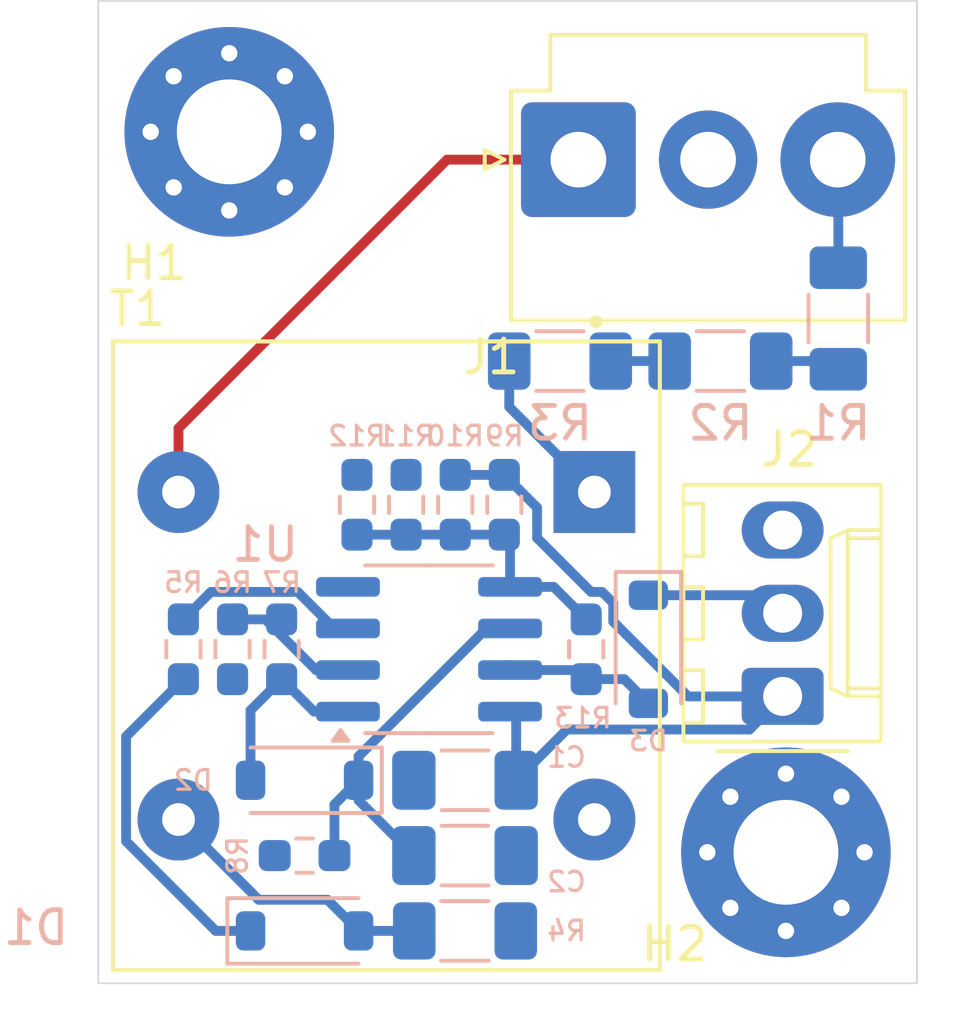
<source format=kicad_pcb>
(kicad_pcb (version 20241229) (generator "pcbnew") (generator_version "9.0")
  (layers (0 "F.Cu" signal) (2 "B.Cu" signal) (13 "F.Paste" user) (15 "B.Paste" user) (5 "F.SilkS" user "F.Silkscreen") (7 "B.SilkS" user "B.Silkscreen") (1 "F.Mask" user) (3 "B.Mask" user) (25 "Edge.Cuts" user))
  (net 0 "")
  (net 1 "GND")
  (net 2 "+24V")
  (net 3 "Net-(D2-K)")
  (net 4 "Net-(D1-A)")
  (net 5 "Net-(D1-K)")
  (net 6 "Net-(D2-A)")
  (net 7 "Net-(D3-A)")
  (net 8 "PRO")
  (net 9 "N")
  (net 10 "L")
  (net 11 "Net-(R1-Pad2)")
  (net 12 "Net-(R2-Pad2)")
  (net 13 "Net-(R3-Pad2)")
  (net 14 "Net-(U1A-+)")
  (net 15 "Net-(U1A--)")
  (net 16 "Net-(U1B-+)")
  (footprint "Connector_Molex:Molex_KK-254_AE-6410-03A_1x03_P2.54mm_Vertical" (layer "F.Cu") (at 120.9 96.24 90)
    (property "Reference" "J2" (at 7.54 0.2 0) (layer "F.SilkS"))
    (property "Value" "Conn_01x03")
    (fp_line (start 6.46 -3.03) (end -1.38 -3.03) (stroke (width 0.12)) (layer "F.SilkS"))
    (fp_line (start 4.28 -3.03) (end 4.28 -2.43) (stroke (width 0.12)) (layer "F.SilkS"))
    (fp_line (start 1.74 -3.03) (end 1.74 -2.43) (stroke (width 0.12)) (layer "F.SilkS"))
    (fp_line (start -0.8 -3.03) (end -0.8 -2.43) (stroke (width 0.12)) (layer "F.SilkS"))
    (fp_line (start -1.38 -3.03) (end -1.38 2.99) (stroke (width 0.12)) (layer "F.SilkS"))
    (fp_line (start 5.88 -2.43) (end 5.88 -3.03) (stroke (width 0.12)) (layer "F.SilkS"))
    (fp_line (start 4.28 -2.43) (end 5.88 -2.43) (stroke (width 0.12)) (layer "F.SilkS"))
    (fp_line (start 3.34 -2.43) (end 3.34 -3.03) (stroke (width 0.12)) (layer "F.SilkS"))
    (fp_line (start 1.74 -2.43) (end 3.34 -2.43) (stroke (width 0.12)) (layer "F.SilkS"))
    (fp_line (start 0.8 -2.43) (end 0.8 -3.03) (stroke (width 0.12)) (layer "F.SilkS"))
    (fp_line (start -0.8 -2.43) (end 0.8 -2.43) (stroke (width 0.12)) (layer "F.SilkS"))
    (fp_line (start -1.67 -2) (end -1.67 2) (stroke (width 0.12)) (layer "F.SilkS"))
    (fp_line (start 4.83 1.46) (end 5.08 1.99) (stroke (width 0.12)) (layer "F.SilkS"))
    (fp_line (start 0.25 1.46) (end 4.83 1.46) (stroke (width 0.12)) (layer "F.SilkS"))
    (fp_line (start 5.08 1.99) (end 5.08 2.99) (stroke (width 0.12)) (layer "F.SilkS"))
    (fp_line (start 0 1.99) (end 0.25 1.46) (stroke (width 0.12)) (layer "F.SilkS"))
    (fp_line (start 0 1.99) (end 5.08 1.99) (stroke (width 0.12)) (layer "F.SilkS"))
    (fp_line (start 6.46 2.99) (end 6.46 -3.03) (stroke (width 0.12)) (layer "F.SilkS"))
    (fp_line (start 4.83 2.99) (end 4.83 1.99) (stroke (width 0.12)) (layer "F.SilkS"))
    (fp_line (start 0.25 2.99) (end 0.25 1.99) (stroke (width 0.12)) (layer "F.SilkS"))
    (fp_line (start 0 2.99) (end 0 1.99) (stroke (width 0.12)) (layer "F.SilkS"))
    (fp_line (start -1.38 2.99) (end 6.46 2.99) (stroke (width 0.12)) (layer "F.SilkS"))
    (pad "1" thru_hole roundrect (at 0 0 90) (size 1.74 2.5) (drill 1.19) (layers "*.Cu" "*.Mask") (roundrect_rratio 0.143678) (net 2 "+24V"))
    (pad "2" thru_hole oval (at 2.54 0 90) (size 1.74 2.5) (drill 1.19) (layers "*.Cu" "*.Mask") (net 8 "PRO"))
    (pad "3" thru_hole oval (at 5.08 0 90) (size 1.74 2.5) (drill 1.19) (layers "*.Cu" "*.Mask") (net 1 "GND"))
  )
  (footprint "MountingHole:MountingHole_3.2mm_M3_Pad_Via" (layer "F.Cu") (at 121 101)
    (property "Reference" "H2" (at -3.4 2.8 0) (layer "F.SilkS"))
    (property "Value" "MountingHole")
    (pad "1" thru_hole circle (at -2.4 0) (size 0.8 0.8) (drill 0.5) (layers "*.Cu" "*.Mask"))
    (pad "1" thru_hole circle (at -1.697056 -1.697056) (size 0.8 0.8) (drill 0.5) (layers "*.Cu" "*.Mask"))
    (pad "1" thru_hole circle (at -1.697056 1.697056) (size 0.8 0.8) (drill 0.5) (layers "*.Cu" "*.Mask"))
    (pad "1" thru_hole circle (at 0 -2.4) (size 0.8 0.8) (drill 0.5) (layers "*.Cu" "*.Mask"))
    (pad "1" thru_hole circle (at 0 0) (size 6.4 6.4) (drill 3.2) (layers "*.Cu" "*.Mask"))
    (pad "1" thru_hole circle (at 0 2.4) (size 0.8 0.8) (drill 0.5) (layers "*.Cu" "*.Mask"))
    (pad "1" thru_hole circle (at 1.697056 -1.697056) (size 0.8 0.8) (drill 0.5) (layers "*.Cu" "*.Mask"))
    (pad "1" thru_hole circle (at 1.697056 1.697056) (size 0.8 0.8) (drill 0.5) (layers "*.Cu" "*.Mask"))
    (pad "1" thru_hole circle (at 2.4 0) (size 0.8 0.8) (drill 0.5) (layers "*.Cu" "*.Mask"))
  )
  (footprint "PCB:XFMR_ZMPT101B" (layer "F.Cu") (at 108.8 95 -90)
    (property "Reference" "T1" (at -10.6 7.6 180) (layer "F.SilkS"))
    (property "Value" "ZMPT101B")
    (fp_line (start -9.6 8.35) (end -9.6 -8.35) (stroke (width 0.127)) (layer "F.SilkS"))
    (fp_line (start 9.6 8.35) (end -9.6 8.35) (stroke (width 0.127)) (layer "F.SilkS"))
    (fp_line (start -9.6 -8.35) (end 9.6 -8.35) (stroke (width 0.127)) (layer "F.SilkS"))
    (fp_line (start 9.6 -8.35) (end 9.6 8.35) (stroke (width 0.127)) (layer "F.SilkS"))
    (fp_circle (center -10.2 -6.4) (end -10.1 -6.4) (stroke (width 0.2)) (fill no) (layer "F.SilkS"))
    (pad "1" thru_hole rect (at -5 -6.35 270) (size 2.5 2.5) (drill 1) (layers "*.Cu" "*.Mask") (net 13 "Net-(R3-Pad2)"))
    (pad "2" thru_hole circle (at -5 6.35 270) (size 2.5 2.5) (drill 1) (layers "*.Cu" "*.Mask") (net 9 "N"))
    (pad "3" thru_hole circle (at 5 6.35 270) (size 2.5 2.5) (drill 1) (layers "*.Cu" "*.Mask") (net 4 "Net-(D1-A)"))
    (pad "4" thru_hole circle (at 5 -6.35 270) (size 2.5 2.5) (drill 1) (layers "*.Cu" "*.Mask") (net 1 "GND"))
  )
  (footprint "Connector_JST:JST_VH_B3P-VH-B_1x03_P3.96mm_Vertical" (layer "F.Cu") (at 114.6625 79.85)
    (property "Reference" "J1" (at -2.6625 6.025 0) (layer "F.SilkS"))
    (property "Value" "Conn_01x03")
    (fp_line (start -2.86 -0.3) (end -2.26 0) (stroke (width 0.12)) (layer "F.SilkS"))
    (fp_line (start -2.86 0.3) (end -2.86 -0.3) (stroke (width 0.12)) (layer "F.SilkS"))
    (fp_line (start -2.26 0) (end -2.86 0.3) (stroke (width 0.12)) (layer "F.SilkS"))
    (fp_line (start -2.06 -2.11) (end -0.86 -2.11) (stroke (width 0.12)) (layer "F.SilkS"))
    (fp_line (start -2.06 4.91) (end -2.06 -2.11) (stroke (width 0.12)) (layer "F.SilkS"))
    (fp_line (start -0.86 -3.81) (end 8.78 -3.81) (stroke (width 0.12)) (layer "F.SilkS"))
    (fp_line (start -0.86 -2.11) (end -0.86 -3.81) (stroke (width 0.12)) (layer "F.SilkS"))
    (fp_line (start 8.78 -3.81) (end 8.78 -2.11) (stroke (width 0.12)) (layer "F.SilkS"))
    (fp_line (start 8.78 -2.11) (end 9.98 -2.11) (stroke (width 0.12)) (layer "F.SilkS"))
    (fp_line (start 9.98 -2.11) (end 9.98 4.91) (stroke (width 0.12)) (layer "F.SilkS"))
    (fp_line (start 9.98 4.91) (end -2.06 4.91) (stroke (width 0.12)) (layer "F.SilkS"))
    (pad "1" thru_hole roundrect (at 0 0) (size 3.5 3.5) (drill 1.7) (layers "*.Cu" "*.Mask") (roundrect_rratio 0.092593) (net 9 "N"))
    (pad "2" thru_hole circle (at 3.96 0) (size 3 3) (drill 1.7) (layers))
    (pad "3" thru_hole circle (at 7.92 0) (size 3.5 3.5) (drill 1.7) (layers "*.Cu" "*.Mask") (net 10 "L"))
  )
  (footprint "MountingHole:MountingHole_3.2mm_M3_Pad_Via" (layer "F.Cu") (at 104 79)
    (property "Reference" "H1" (at -2.3 4 0) (layer "F.SilkS"))
    (property "Value" "MountingHole")
    (pad "1" thru_hole circle (at -2.4 0) (size 0.8 0.8) (drill 0.5) (layers "*.Cu" "*.Mask"))
    (pad "1" thru_hole circle (at -1.697056 -1.697056) (size 0.8 0.8) (drill 0.5) (layers "*.Cu" "*.Mask"))
    (pad "1" thru_hole circle (at -1.697056 1.697056) (size 0.8 0.8) (drill 0.5) (layers "*.Cu" "*.Mask"))
    (pad "1" thru_hole circle (at 0 -2.4) (size 0.8 0.8) (drill 0.5) (layers "*.Cu" "*.Mask"))
    (pad "1" thru_hole circle (at 0 0) (size 6.4 6.4) (drill 3.2) (layers "*.Cu" "*.Mask"))
    (pad "1" thru_hole circle (at 0 2.4) (size 0.8 0.8) (drill 0.5) (layers "*.Cu" "*.Mask"))
    (pad "1" thru_hole circle (at 1.697056 -1.697056) (size 0.8 0.8) (drill 0.5) (layers "*.Cu" "*.Mask"))
    (pad "1" thru_hole circle (at 1.697056 1.697056) (size 0.8 0.8) (drill 0.5) (layers "*.Cu" "*.Mask"))
    (pad "1" thru_hole circle (at 2.4 0) (size 0.8 0.8) (drill 0.5) (layers "*.Cu" "*.Mask"))
  )
  (footprint "Resistor_SMD:R_1206_3216Metric_Pad1.30x1.75mm_HandSolder" (layer "B.Cu") (at 114.1 86 180)
    (property "Reference" "R3" (at 0 -1.9 0) (layer "B.SilkS") (effects (justify mirror)))
    (property "Value" "R")
    (fp_line (start -0.727064 0.91) (end 0.727064 0.91) (stroke (width 0.12)) (layer "B.SilkS"))
    (fp_line (start -0.727064 -0.91) (end 0.727064 -0.91) (stroke (width 0.12)) (layer "B.SilkS"))
    (pad "1" smd roundrect (at -1.55 0 180) (size 1.3 1.75) (layers "B.Cu" "B.Mask" "B.Paste") (roundrect_rratio 0.192308) (net 12 "Net-(R2-Pad2)"))
    (pad "2" smd roundrect (at 1.55 0 180) (size 1.3 1.75) (layers "B.Cu" "B.Mask" "B.Paste") (roundrect_rratio 0.192308) (net 13 "Net-(R3-Pad2)"))
  )
  (footprint "Package_SO:SOIC-8_3.9x4.9mm_P1.27mm" (layer "B.Cu") (at 110.1 94.8)
    (property "Reference" "U1" (at -5 -3.2 0) (layer "B.SilkS") (effects (justify mirror)))
    (property "Value" "LM358")
    (fp_line (start 0 -2.56) (end -1.95 -2.56) (stroke (width 0.12)) (layer "B.SilkS"))
    (fp_line (start 0 -2.56) (end 1.95 -2.56) (stroke (width 0.12)) (layer "B.SilkS"))
    (fp_line (start 0 2.56) (end -1.95 2.56) (stroke (width 0.12)) (layer "B.SilkS"))
    (fp_line (start 0 2.56) (end 1.95 2.56) (stroke (width 0.12)) (layer "B.SilkS"))
    (fp_poly (pts (xy -2.7 2.465) (xy -2.94 2.795) (xy -2.46 2.795)) (stroke (width 0.12)) (fill yes) (layer "B.SilkS"))
    (pad "1" smd roundrect (at -2.475 1.905) (size 1.95 0.6) (layers "B.Cu" "B.Mask" "B.Paste") (net 6 "Net-(D2-A)"))
    (pad "2" smd roundrect (at -2.475 0.635) (size 1.95 0.6) (layers "B.Cu" "B.Mask" "B.Paste") (net 15 "Net-(U1A--)"))
    (pad "3" smd roundrect (at -2.475 -0.635) (size 1.95 0.6) (layers "B.Cu" "B.Mask" "B.Paste") (net 14 "Net-(U1A-+)"))
    (pad "4" smd roundrect (at -2.475 -1.905) (size 1.95 0.6) (layers "B.Cu" "B.Mask" "B.Paste") (net 1 "GND"))
    (pad "5" smd roundrect (at 2.475 -1.905) (size 1.95 0.6) (layers "B.Cu" "B.Mask" "B.Paste") (net 16 "Net-(U1B-+)"))
    (pad "6" smd roundrect (at 2.475 -0.635) (size 1.95 0.6) (layers "B.Cu" "B.Mask" "B.Paste") (net 3 "Net-(D2-K)"))
    (pad "7" smd roundrect (at 2.475 0.635) (size 1.95 0.6) (layers "B.Cu" "B.Mask" "B.Paste") (net 7 "Net-(D3-A)"))
    (pad "8" smd roundrect (at 2.475 1.905) (size 1.95 0.6) (layers "B.Cu" "B.Mask" "B.Paste") (net 2 "+24V"))
  )
  (footprint "Resistor_SMD:R_0603_1608Metric_Pad0.98x0.95mm_HandSolder" (layer "B.Cu") (at 112.4 90.3875 -90)
    (property "Reference" "R9" (at -2.1 0 0) (layer "B.SilkS") (effects (font (size 0.6 0.6) (thickness 0.1) (bold yes)) (justify mirror)))
    (property "Value" "R")
    (fp_line (start -0.254724 0.5225) (end 0.254724 0.5225) (stroke (width 0.12)) (layer "B.SilkS"))
    (fp_line (start -0.254724 -0.5225) (end 0.254724 -0.5225) (stroke (width 0.12)) (layer "B.SilkS"))
    (pad "1" smd roundrect (at -0.9125 0 270) (size 0.975 0.95) (layers "B.Cu" "B.Mask" "B.Paste") (net 2 "+24V"))
    (pad "2" smd roundrect (at 0.9125 0 270) (size 0.975 0.95) (layers "B.Cu" "B.Mask" "B.Paste") (net 16 "Net-(U1B-+)"))
  )
  (footprint "Resistor_SMD:R_1206_3216Metric_Pad1.30x1.75mm_HandSolder" (layer "B.Cu") (at 111.2 103.4 180)
    (property "Reference" "R4" (at -3.1 0 0) (layer "B.SilkS") (effects (font (size 0.6 0.6) (thickness 0.1) (bold yes)) (justify mirror)))
    (property "Value" "R")
    (fp_line (start -0.727064 0.91) (end 0.727064 0.91) (stroke (width 0.12)) (layer "B.SilkS"))
    (fp_line (start -0.727064 -0.91) (end 0.727064 -0.91) (stroke (width 0.12)) (layer "B.SilkS"))
    (pad "1" smd roundrect (at -1.55 0 180) (size 1.3 1.75) (layers "B.Cu" "B.Mask" "B.Paste") (roundrect_rratio 0.192308) (net 1 "GND"))
    (pad "2" smd roundrect (at 1.55 0 180) (size 1.3 1.75) (layers "B.Cu" "B.Mask" "B.Paste") (roundrect_rratio 0.192308) (net 4 "Net-(D1-A)"))
  )
  (footprint "Capacitor_SMD:C_1206_3216Metric_Pad1.33x1.80mm_HandSolder" (layer "B.Cu") (at 111.2 101.1)
    (property "Reference" "C2" (at 3.1 0.8 0) (layer "B.SilkS") (effects (font (size 0.6 0.6) (thickness 0.1) (bold yes)) (justify mirror)))
    (property "Value" "C")
    (fp_line (start -0.711252 -0.91) (end 0.711252 -0.91) (stroke (width 0.12)) (layer "B.SilkS"))
    (fp_line (start -0.711252 0.91) (end 0.711252 0.91) (stroke (width 0.12)) (layer "B.SilkS"))
    (pad "1" smd roundrect (at -1.5625 0) (size 1.325 1.8) (layers "B.Cu" "B.Mask" "B.Paste") (roundrect_rratio 0.188679) (net 3 "Net-(D2-K)"))
    (pad "2" smd roundrect (at 1.5625 0) (size 1.325 1.8) (layers "B.Cu" "B.Mask" "B.Paste") (roundrect_rratio 0.188679) (net 1 "GND"))
  )
  (footprint "Resistor_SMD:R_0603_1608Metric_Pad0.98x0.95mm_HandSolder" (layer "B.Cu") (at 110.9 90.3875 -90)
    (property "Reference" "R10" (at -2.1 0 0) (layer "B.SilkS") (effects (font (size 0.6 0.6) (thickness 0.1)) (justify mirror)))
    (property "Value" "R")
    (fp_line (start -0.254724 0.5225) (end 0.254724 0.5225) (stroke (width 0.12)) (layer "B.SilkS"))
    (fp_line (start -0.254724 -0.5225) (end 0.254724 -0.5225) (stroke (width 0.12)) (layer "B.SilkS"))
    (pad "1" smd roundrect (at -0.9125 0 270) (size 0.975 0.95) (layers "B.Cu" "B.Mask" "B.Paste") (net 2 "+24V"))
    (pad "2" smd roundrect (at 0.9125 0 270) (size 0.975 0.95) (layers "B.Cu" "B.Mask" "B.Paste") (net 16 "Net-(U1B-+)"))
  )
  (footprint "Resistor_SMD:R_0603_1608Metric_Pad0.98x0.95mm_HandSolder" (layer "B.Cu") (at 104.1 94.8 90)
    (property "Reference" "R6" (at 2.0375 0 180) (layer "B.SilkS") (effects (font (size 0.6 0.6) (thickness 0.1) (bold yes)) (justify mirror)))
    (property "Value" "R")
    (fp_line (start -0.254724 -0.5225) (end 0.254724 -0.5225) (stroke (width 0.12)) (layer "B.SilkS"))
    (fp_line (start -0.254724 0.5225) (end 0.254724 0.5225) (stroke (width 0.12)) (layer "B.SilkS"))
    (pad "1" smd roundrect (at -0.9125 0 90) (size 0.975 0.95) (layers "B.Cu" "B.Mask" "B.Paste") (net 1 "GND"))
    (pad "2" smd roundrect (at 0.9125 0 90) (size 0.975 0.95) (layers "B.Cu" "B.Mask" "B.Paste") (net 15 "Net-(U1A--)"))
  )
  (footprint "Diode_SMD:D_SOD-123" (layer "B.Cu") (at 116.8 94.8 -90)
    (property "Reference" "D3" (at 2.8 0 180) (layer "B.SilkS") (effects (font (size 0.6 0.6) (thickness 0.1)) (justify mirror)))
    (property "Value" "1N4148W")
    (fp_line (start -2.36 1) (end 1.65 1) (stroke (width 0.12)) (layer "B.SilkS"))
    (fp_line (start -2.36 1) (end -2.36 -1) (stroke (width 0.12)) (layer "B.SilkS"))
    (fp_line (start -2.36 -1) (end 1.65 -1) (stroke (width 0.12)) (layer "B.SilkS"))
    (pad "1" smd roundrect (at -1.65 0 270) (size 0.9 1.2) (layers "B.Cu" "B.Mask" "B.Paste") (net 8 "PRO"))
    (pad "2" smd roundrect (at 1.65 0 270) (size 0.9 1.2) (layers "B.Cu" "B.Mask" "B.Paste") (net 7 "Net-(D3-A)"))
  )
  (footprint "Resistor_SMD:R_0603_1608Metric_Pad0.98x0.95mm_HandSolder" (layer "B.Cu") (at 109.4 90.3875 90)
    (property "Reference" "R11" (at 2.1 0 0) (layer "B.SilkS") (effects (font (size 0.6 0.6) (thickness 0.1) (bold yes)) (justify mirror)))
    (property "Value" "R")
    (fp_line (start -0.254724 -0.5225) (end 0.254724 -0.5225) (stroke (width 0.12)) (layer "B.SilkS"))
    (fp_line (start -0.254724 0.5225) (end 0.254724 0.5225) (stroke (width 0.12)) (layer "B.SilkS"))
    (pad "1" smd roundrect (at -0.9125 0 90) (size 0.975 0.95) (layers "B.Cu" "B.Mask" "B.Paste") (net 16 "Net-(U1B-+)"))
    (pad "2" smd roundrect (at 0.9125 0 90) (size 0.975 0.95) (layers "B.Cu" "B.Mask" "B.Paste") (net 1 "GND"))
  )
  (footprint "Resistor_SMD:R_0603_1608Metric_Pad0.98x0.95mm_HandSolder" (layer "B.Cu") (at 102.6 94.8 -90)
    (property "Reference" "R5" (at -2.0375 0 180) (layer "B.SilkS") (effects (font (size 0.6 0.6) (thickness 0.1) (bold yes)) (justify mirror)))
    (property "Value" "R")
    (fp_line (start -0.254724 0.5225) (end 0.254724 0.5225) (stroke (width 0.12)) (layer "B.SilkS"))
    (fp_line (start -0.254724 -0.5225) (end 0.254724 -0.5225) (stroke (width 0.12)) (layer "B.SilkS"))
    (pad "1" smd roundrect (at -0.9125 0 270) (size 0.975 0.95) (layers "B.Cu" "B.Mask" "B.Paste") (net 14 "Net-(U1A-+)"))
    (pad "2" smd roundrect (at 0.9125 0 270) (size 0.975 0.95) (layers "B.Cu" "B.Mask" "B.Paste") (net 5 "Net-(D1-K)"))
  )
  (footprint "Diode_SMD:D_SOD-123" (layer "B.Cu") (at 106.3 103.4)
    (property "Reference" "D1" (at -8.2 -0.1 0) (layer "B.SilkS") (effects (justify mirror)))
    (property "Value" "1N4148W")
    (fp_line (start -2.36 -1) (end 1.65 -1) (stroke (width 0.12)) (layer "B.SilkS"))
    (fp_line (start -2.36 1) (end -2.36 -1) (stroke (width 0.12)) (layer "B.SilkS"))
    (fp_line (start -2.36 1) (end 1.65 1) (stroke (width 0.12)) (layer "B.SilkS"))
    (pad "1" smd roundrect (at -1.65 0) (size 0.9 1.2) (layers "B.Cu" "B.Mask" "B.Paste") (net 5 "Net-(D1-K)"))
    (pad "2" smd roundrect (at 1.65 0) (size 0.9 1.2) (layers "B.Cu" "B.Mask" "B.Paste") (net 4 "Net-(D1-A)"))
  )
  (footprint "Capacitor_SMD:C_1206_3216Metric_Pad1.33x1.80mm_HandSolder" (layer "B.Cu") (at 111.2 98.8 180)
    (property "Reference" "C1" (at -3.1 0.7 0) (layer "B.SilkS") (effects (font (size 0.6 0.6) (thickness 0.1) (bold yes)) (justify mirror)))
    (property "Value" "C")
    (fp_line (start -0.711252 0.91) (end 0.711252 0.91) (stroke (width 0.12)) (layer "B.SilkS"))
    (fp_line (start -0.711252 -0.91) (end 0.711252 -0.91) (stroke (width 0.12)) (layer "B.SilkS"))
    (pad "1" smd roundrect (at -1.5625 0 180) (size 1.325 1.8) (layers "B.Cu" "B.Mask" "B.Paste") (roundrect_rratio 0.188679) (net 2 "+24V"))
    (pad "2" smd roundrect (at 1.5625 0 180) (size 1.325 1.8) (layers "B.Cu" "B.Mask" "B.Paste") (roundrect_rratio 0.188679) (net 1 "GND"))
  )
  (footprint "Resistor_SMD:R_0603_1608Metric_Pad0.98x0.95mm_HandSolder" (layer "B.Cu") (at 114.9 94.8 90)
    (property "Reference" "R13" (at -2.1 -0.1 0) (layer "B.SilkS") (effects (font (size 0.6 0.6) (thickness 0.1) (bold yes)) (justify mirror)))
    (property "Value" "R")
    (fp_line (start -0.254724 -0.5225) (end 0.254724 -0.5225) (stroke (width 0.12)) (layer "B.SilkS"))
    (fp_line (start -0.254724 0.5225) (end 0.254724 0.5225) (stroke (width 0.12)) (layer "B.SilkS"))
    (pad "1" smd roundrect (at -0.9125 0 90) (size 0.975 0.95) (layers "B.Cu" "B.Mask" "B.Paste") (net 7 "Net-(D3-A)"))
    (pad "2" smd roundrect (at 0.9125 0 90) (size 0.975 0.95) (layers "B.Cu" "B.Mask" "B.Paste") (net 16 "Net-(U1B-+)"))
  )
  (footprint "Resistor_SMD:R_1206_3216Metric_Pad1.30x1.75mm_HandSolder" (layer "B.Cu") (at 122.6 84.7 -90)
    (property "Reference" "R1" (at 3.2 0 0) (layer "B.SilkS") (effects (justify mirror)))
    (property "Value" "R")
    (fp_line (start -0.727064 0.91) (end 0.727064 0.91) (stroke (width 0.12)) (layer "B.SilkS"))
    (fp_line (start -0.727064 -0.91) (end 0.727064 -0.91) (stroke (width 0.12)) (layer "B.SilkS"))
    (pad "1" smd roundrect (at -1.55 0 270) (size 1.3 1.75) (layers "B.Cu" "B.Mask" "B.Paste") (roundrect_rratio 0.192308) (net 10 "L"))
    (pad "2" smd roundrect (at 1.55 0 270) (size 1.3 1.75) (layers "B.Cu" "B.Mask" "B.Paste") (roundrect_rratio 0.192308) (net 11 "Net-(R1-Pad2)"))
  )
  (footprint "Diode_SMD:D_SOD-123" (layer "B.Cu") (at 106.3 98.8 180)
    (property "Reference" "D2" (at 3.4 0 0) (layer "B.SilkS") (effects (font (size 0.6 0.6) (thickness 0.1) (bold yes)) (justify mirror)))
    (property "Value" "1N4148W")
    (fp_line (start -2.36 1) (end 1.65 1) (stroke (width 0.12)) (layer "B.SilkS"))
    (fp_line (start -2.36 1) (end -2.36 -1) (stroke (width 0.12)) (layer "B.SilkS"))
    (fp_line (start -2.36 -1) (end 1.65 -1) (stroke (width 0.12)) (layer "B.SilkS"))
    (pad "1" smd roundrect (at -1.65 0 180) (size 0.9 1.2) (layers "B.Cu" "B.Mask" "B.Paste") (net 3 "Net-(D2-K)"))
    (pad "2" smd roundrect (at 1.65 0 180) (size 0.9 1.2) (layers "B.Cu" "B.Mask" "B.Paste") (net 6 "Net-(D2-A)"))
  )
  (footprint "Resistor_SMD:R_0603_1608Metric_Pad0.98x0.95mm_HandSolder" (layer "B.Cu") (at 107.9 90.3875 90)
    (property "Reference" "R12" (at 2.1 0 0) (layer "B.SilkS") (effects (font (size 0.6 0.6) (thickness 0.1) (bold yes)) (justify mirror)))
    (property "Value" "R")
    (fp_line (start -0.254724 -0.5225) (end 0.254724 -0.5225) (stroke (width 0.12)) (layer "B.SilkS"))
    (fp_line (start -0.254724 0.5225) (end 0.254724 0.5225) (stroke (width 0.12)) (layer "B.SilkS"))
    (pad "1" smd roundrect (at -0.9125 0 90) (size 0.975 0.95) (layers "B.Cu" "B.Mask" "B.Paste") (net 16 "Net-(U1B-+)"))
    (pad "2" smd roundrect (at 0.9125 0 90) (size 0.975 0.95) (layers "B.Cu" "B.Mask" "B.Paste") (net 1 "GND"))
  )
  (footprint "Resistor_SMD:R_0603_1608Metric_Pad0.98x0.95mm_HandSolder" (layer "B.Cu") (at 106.3 101.1)
    (property "Reference" "R8" (at -2.05 0 90) (layer "B.SilkS") (effects (font (size 0.6 0.6) (thickness 0.1) (bold yes)) (justify mirror)))
    (property "Value" "R")
    (fp_line (start -0.254724 -0.5225) (end 0.254724 -0.5225) (stroke (width 0.12)) (layer "B.SilkS"))
    (fp_line (start -0.254724 0.5225) (end 0.254724 0.5225) (stroke (width 0.12)) (layer "B.SilkS"))
    (pad "1" smd roundrect (at -0.9125 0) (size 0.975 0.95) (layers "B.Cu" "B.Mask" "B.Paste") (net 1 "GND"))
    (pad "2" smd roundrect (at 0.9125 0) (size 0.975 0.95) (layers "B.Cu" "B.Mask" "B.Paste") (net 3 "Net-(D2-K)"))
  )
  (footprint "Resistor_SMD:R_0603_1608Metric_Pad0.98x0.95mm_HandSolder" (layer "B.Cu") (at 105.6 94.8 90)
    (property "Reference" "R7" (at 2.0375 0 180) (layer "B.SilkS") (effects (font (size 0.6 0.6) (thickness 0.1) (bold yes)) (justify mirror)))
    (property "Value" "R")
    (fp_line (start -0.254724 -0.5225) (end 0.254724 -0.5225) (stroke (width 0.12)) (layer "B.SilkS"))
    (fp_line (start -0.254724 0.5225) (end 0.254724 0.5225) (stroke (width 0.12)) (layer "B.SilkS"))
    (pad "1" smd roundrect (at -0.9125 0 90) (size 0.975 0.95) (layers "B.Cu" "B.Mask" "B.Paste") (net 6 "Net-(D2-A)"))
    (pad "2" smd roundrect (at 0.9125 0 90) (size 0.975 0.95) (layers "B.Cu" "B.Mask" "B.Paste") (net 15 "Net-(U1A--)"))
  )
  (footprint "Resistor_SMD:R_1206_3216Metric_Pad1.30x1.75mm_HandSolder" (layer "B.Cu") (at 119 86 180)
    (property "Reference" "R2" (at 0 -1.9 180) (layer "B.SilkS") (effects (justify mirror)))
    (property "Value" "R")
    (fp_line (start -0.727064 0.91) (end 0.727064 0.91) (stroke (width 0.12)) (layer "B.SilkS"))
    (fp_line (start -0.727064 -0.91) (end 0.727064 -0.91) (stroke (width 0.12)) (layer "B.SilkS"))
    (pad "1" smd roundrect (at -1.55 0 180) (size 1.3 1.75) (layers "B.Cu" "B.Mask" "B.Paste") (roundrect_rratio 0.192308) (net 11 "Net-(R1-Pad2)"))
    (pad "2" smd roundrect (at 1.55 0 180) (size 1.3 1.75) (layers "B.Cu" "B.Mask" "B.Paste") (roundrect_rratio 0.192308) (net 12 "Net-(R2-Pad2)"))
  )
  (gr_rect (start 100 75) (end 125 105) (stroke (width 0.05)) (fill no) (layer "Edge.Cuts"))
  (segment (start 112.7625 98.8) (end 112.7625 96.8925) (width 0.3) (layer "B.Cu") (net 2))
  (segment (start 115.726 93.955178) (end 118.010822 96.24) (width 0.3) (layer "B.Cu") (net 2))
  (segment (start 112.7625 98.8) (end 114.3115 97.251) (width 0.3) (layer "B.Cu") (net 2))
  (segment (start 113.4 90.475) (end 113.4 91.4) (width 0.3) (layer "B.Cu") (net 2))
  (segment (start 115.049 93.049) (end 115.387846 93.049) (width 0.3) (layer "B.Cu") (net 2))
  (segment (start 114.3115 97.251) (end 119.889 97.251) (width 0.3) (layer "B.Cu") (net 2))
  (segment (start 118.010822 96.24) (end 120.9 96.24) (width 0.3) (layer "B.Cu") (net 2))
  (segment (start 119.889 97.251) (end 120.9 96.24) (width 0.3) (layer "B.Cu") (net 2))
  (segment (start 115.726 93.387154) (end 115.726 93.955178) (width 0.3) (layer "B.Cu") (net 2))
  (segment (start 112.7625 96.8925) (end 112.575 96.705) (width 0.3) (layer "B.Cu") (net 2))
  (segment (start 112.4 89.475) (end 113.4 90.475) (width 0.3) (layer "B.Cu") (net 2))
  (segment (start 110.9 89.475) (end 112.4 89.475) (width 0.3) (layer "B.Cu") (net 2))
  (segment (start 115.387846 93.049) (end 115.726 93.387154) (width 0.3) (layer "B.Cu") (net 2))
  (segment (start 113.4 91.4) (end 115.049 93.049) (width 0.3) (layer "B.Cu") (net 2))
  (segment (start 111.852678 94.165) (end 112.575 94.165) (width 0.3) (layer "B.Cu") (net 3))
  (segment (start 107.2125 99.5375) (end 107.95 98.8) (width 0.3) (layer "B.Cu") (net 3))
  (segment (start 107.2125 101.1) (end 107.2125 99.5375) (width 0.3) (layer "B.Cu") (net 3))
  (segment (start 107.95 99.4125) (end 107.95 98.8) (width 0.3) (layer "B.Cu") (net 3))
  (segment (start 109.6375 101.1) (end 107.95 99.4125) (width 0.3) (layer "B.Cu") (net 3))
  (segment (start 107.95 98.8) (end 107.95 98.067678) (width 0.3) (layer "B.Cu") (net 3))
  (segment (start 107.95 98.067678) (end 111.852678 94.165) (width 0.3) (layer "B.Cu") (net 3))
  (segment (start 107.95 103.4) (end 109.65 103.4) (width 0.3) (layer "B.Cu") (net 4))
  (segment (start 106.999 102.449) (end 104.899 102.449) (width 0.3) (layer "B.Cu") (net 4))
  (segment (start 104.899 102.449) (end 102.45 100) (width 0.3) (layer "B.Cu") (net 4))
  (segment (start 107.95 103.4) (end 106.999 102.449) (width 0.3) (layer "B.Cu") (net 4))
  (segment (start 103.585844 103.4) (end 100.849 100.663156) (width 0.3) (layer "B.Cu") (net 5))
  (segment (start 104.65 103.4) (end 103.585844 103.4) (width 0.3) (layer "B.Cu") (net 5))
  (segment (start 100.849 100.663156) (end 100.849 97.4635) (width 0.3) (layer "B.Cu") (net 5))
  (segment (start 100.849 97.4635) (end 102.6 95.7125) (width 0.3) (layer "B.Cu") (net 5))
  (segment (start 104.65 96.6625) (end 105.6 95.7125) (width 0.3) (layer "B.Cu") (net 6))
  (segment (start 105.6 95.7125) (end 106.5925 96.705) (width 0.3) (layer "B.Cu") (net 6))
  (segment (start 106.5925 96.705) (end 107.625 96.705) (width 0.3) (layer "B.Cu") (net 6))
  (segment (start 104.65 98.8) (end 104.65 96.6625) (width 0.3) (layer "B.Cu") (net 6))
  (segment (start 114.9 95.7125) (end 116.0625 95.7125) (width 0.3) (layer "B.Cu") (net 7))
  (segment (start 112.575 95.435) (end 114.6225 95.435) (width 0.3) (layer "B.Cu") (net 7))
  (segment (start 114.6225 95.435) (end 114.9 95.7125) (width 0.3) (layer "B.Cu") (net 7))
  (segment (start 112.575 95.2325) (end 112.4275 95.2325) (width 0.2) (layer "B.Cu") (net 7))
  (segment (start 116.0625 95.7125) (end 116.8 96.45) (width 0.3) (layer "B.Cu") (net 7))
  (segment (start 120.35 93.15) (end 120.9 93.7) (width 0.3) (layer "B.Cu") (net 8))
  (segment (start 116.8 93.15) (end 120.35 93.15) (width 0.3) (layer "B.Cu") (net 8))
  (segment (start 102.45 88.05) (end 110.65 79.85) (width 0.3) (layer "F.Cu") (net 9))
  (segment (start 110.65 79.85) (end 114.6625 79.85) (width 0.3) (layer "F.Cu") (net 9))
  (segment (start 102.45 90) (end 102.45 88.05) (width 0.3) (layer "F.Cu") (net 9))
  (segment (start 122.6 79.8675) (end 122.5825 79.85) (width 0.3) (layer "B.Cu") (net 10))
  (segment (start 122.6 83.15) (end 122.6 79.8675) (width 0.3) (layer "B.Cu") (net 10))
  (segment (start 122.35 86) (end 122.6 86.25) (width 0.3) (layer "B.Cu") (net 11))
  (segment (start 120.55 86) (end 122.35 86) (width 0.3) (layer "B.Cu") (net 11))
  (segment (start 115.65 86) (end 117.45 86) (width 0.3) (layer "B.Cu") (net 12))
  (segment (start 112.55 86) (end 112.55 87.4) (width 0.3) (layer "B.Cu") (net 13))
  (segment (start 112.55 87.4) (end 115.15 90) (width 0.3) (layer "B.Cu") (net 13))
  (segment (start 102.6 93.8875) (end 103.4385 93.049) (width 0.3) (layer "B.Cu") (net 14))
  (segment (start 107.207322 94.165) (end 107.625 94.165) (width 0.3) (layer "B.Cu") (net 14))
  (segment (start 106.091322 93.049) (end 107.207322 94.165) (width 0.3) (layer "B.Cu") (net 14))
  (segment (start 103.4385 93.049) (end 106.091322 93.049) (width 0.3) (layer "B.Cu") (net 14))
  (segment (start 106.650001 95.435) (end 107.625 95.435) (width 0.3) (layer "B.Cu") (net 15))
  (segment (start 104.1 93.8875) (end 105.102501 93.8875) (width 0.3) (layer "B.Cu") (net 15))
  (segment (start 105.102501 93.8875) (end 106.650001 95.435) (width 0.3) (layer "B.Cu") (net 15))
  (segment (start 112.575 92.895) (end 112.575 91.475) (width 0.3) (layer "B.Cu") (net 16))
  (segment (start 113.9075 92.895) (end 114.9 93.8875) (width 0.3) (layer "B.Cu") (net 16))
  (segment (start 112.575 91.475) (end 112.4 91.3) (width 0.3) (layer "B.Cu") (net 16))
  (segment (start 112.575 92.895) (end 113.9075 92.895) (width 0.3) (layer "B.Cu") (net 16))
  (segment (start 107.9 91.3) (end 112.4 91.3) (width 0.3) (layer "B.Cu") (net 16))
)
</source>
